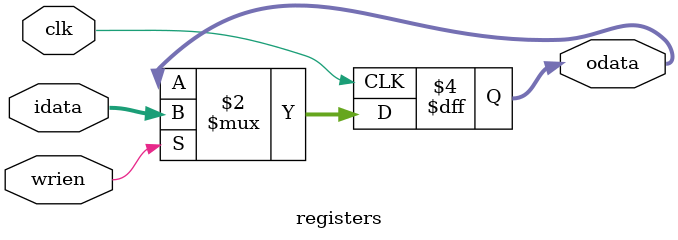
<source format=sv>
module registers(input logic clk,
							  input logic wrien,
							  input logic[7:0] idata,
							  output logic[7:0] odata);
	
	always_ff@(posedge clk)
	begin
		if(wrien)
			odata <= idata;
	end
	/*	
	idata[0] = fe 			//frame error bit
	idata[1] = crce 		//crce bit
	idata[2] = ore   		//overrun error bit
	idata[3] = nf	 		//noise flag bit
	idata[4] = txi	 		//transmitter idle bit
	idata[5] = tbnf   	//transmit buffer not full bit
	idata[6] = dr	  		//data ready bit
	*/
	
endmodule
</source>
